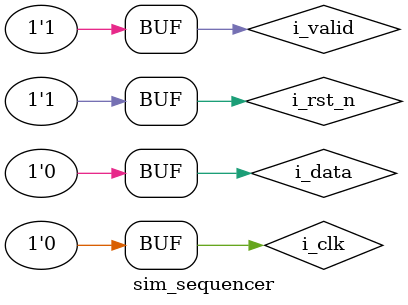
<source format=v>
`timescale 1ns / 1ps

module sim_sequencer(

    );
	
	reg  i_clk = 0;
	reg  i_rst_n = 0;
	reg  i_valid = 0;
	reg  i_data = 0;
	
	wire o_en;
	wire [2:0]o_cnt;
	
    parameter PERIOD = 10;
    always begin
       i_clk = 1'b1;
       #(PERIOD/2) i_clk = 1'b0;
       #(PERIOD/2);
    end	
	
	initial begin
		i_rst_n = 1'b0;
		#100;
		i_rst_n = 1'b1;
		#100;
		
		i_valid = 1'b0;
		i_data = 1'b1;
		#10;
		i_valid = 1'b0;
		i_data = 1'b1;
		#10;
		i_valid = 1'b0;
		i_data = 1'b0;
		#10;
		i_valid = 1'b0;
		i_data = 1'b1;
		#10;
		
		i_valid = 1'b1;
		i_data = 1'b1;
		#10;
		i_valid = 1'b1;
		i_data = 1'b1;
		#10;
		i_valid = 1'b1;
		i_data = 1'b0;
		#10;
		i_valid = 1'b0;
		i_data = 1'b1;
		#10;		
		i_valid = 1'b1;
		i_data = 1'b0;
		#10;
		i_valid = 1'b1;
		i_data = 1'b1;
		#10;
		i_valid = 1'b1;
		i_data = 1'b0;
		#10;
		i_valid = 1'b1;
		i_data = 1'b1;
		#10;
		i_valid = 1'b1;
		i_data = 1'b1;
		#10;
		i_valid = 1'b1;
		i_data = 1'b0;
		#10;
		i_valid = 1'b1;
		i_data = 1'b1;
		#10;
		i_valid = 1'b1;
		i_data = 1'b1;
		#10;
		i_valid = 1'b1;
		i_data = 1'b1;
		#10;
		i_valid = 1'b1;
		i_data = 1'b1;
		#10;
		i_valid = 1'b1;
		i_data = 1'b1;
		#10;
		i_valid = 1'b1;
		i_data = 1'b0;
		#10;
		i_valid = 1'b1;
		i_data = 1'b1;
		#10;
		i_valid = 1'b1;
		i_data = 1'b1;
		#10;
		i_valid = 1'b1;
		i_data = 1'b0;
		#10;
	end
	
	sequencer my_sequencer(
	.i_clk(i_clk),             //系统时钟
	.i_rst_n(i_rst_n),         //系统复位，低电平有效
	.i_valid(i_valid),         //输入有效，高电平有效
	.i_data(i_data),           //输入数据
	                           
	.o_en(o_en),               //有效序列检测到标志
	.o_cnt(o_cnt)              //有效序列计数
    );	
	
endmodule

</source>
